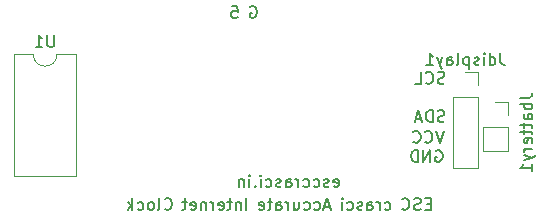
<source format=gbr>
%TF.GenerationSoftware,KiCad,Pcbnew,(7.0.0)*%
%TF.CreationDate,2023-05-29T03:25:23+05:30*%
%TF.ProjectId,sat-pcb,7361742d-7063-4622-9e6b-696361645f70,rev?*%
%TF.SameCoordinates,Original*%
%TF.FileFunction,Legend,Bot*%
%TF.FilePolarity,Positive*%
%FSLAX46Y46*%
G04 Gerber Fmt 4.6, Leading zero omitted, Abs format (unit mm)*
G04 Created by KiCad (PCBNEW (7.0.0)) date 2023-05-29 03:25:23*
%MOMM*%
%LPD*%
G01*
G04 APERTURE LIST*
%ADD10C,0.150000*%
%ADD11C,0.120000*%
G04 APERTURE END LIST*
D10*
X154561904Y-86258571D02*
X154228571Y-86258571D01*
X154085714Y-86782380D02*
X154561904Y-86782380D01*
X154561904Y-86782380D02*
X154561904Y-85782380D01*
X154561904Y-85782380D02*
X154085714Y-85782380D01*
X153704761Y-86734761D02*
X153561904Y-86782380D01*
X153561904Y-86782380D02*
X153323809Y-86782380D01*
X153323809Y-86782380D02*
X153228571Y-86734761D01*
X153228571Y-86734761D02*
X153180952Y-86687142D01*
X153180952Y-86687142D02*
X153133333Y-86591904D01*
X153133333Y-86591904D02*
X153133333Y-86496666D01*
X153133333Y-86496666D02*
X153180952Y-86401428D01*
X153180952Y-86401428D02*
X153228571Y-86353809D01*
X153228571Y-86353809D02*
X153323809Y-86306190D01*
X153323809Y-86306190D02*
X153514285Y-86258571D01*
X153514285Y-86258571D02*
X153609523Y-86210952D01*
X153609523Y-86210952D02*
X153657142Y-86163333D01*
X153657142Y-86163333D02*
X153704761Y-86068095D01*
X153704761Y-86068095D02*
X153704761Y-85972857D01*
X153704761Y-85972857D02*
X153657142Y-85877619D01*
X153657142Y-85877619D02*
X153609523Y-85830000D01*
X153609523Y-85830000D02*
X153514285Y-85782380D01*
X153514285Y-85782380D02*
X153276190Y-85782380D01*
X153276190Y-85782380D02*
X153133333Y-85830000D01*
X152133333Y-86687142D02*
X152180952Y-86734761D01*
X152180952Y-86734761D02*
X152323809Y-86782380D01*
X152323809Y-86782380D02*
X152419047Y-86782380D01*
X152419047Y-86782380D02*
X152561904Y-86734761D01*
X152561904Y-86734761D02*
X152657142Y-86639523D01*
X152657142Y-86639523D02*
X152704761Y-86544285D01*
X152704761Y-86544285D02*
X152752380Y-86353809D01*
X152752380Y-86353809D02*
X152752380Y-86210952D01*
X152752380Y-86210952D02*
X152704761Y-86020476D01*
X152704761Y-86020476D02*
X152657142Y-85925238D01*
X152657142Y-85925238D02*
X152561904Y-85830000D01*
X152561904Y-85830000D02*
X152419047Y-85782380D01*
X152419047Y-85782380D02*
X152323809Y-85782380D01*
X152323809Y-85782380D02*
X152180952Y-85830000D01*
X152180952Y-85830000D02*
X152133333Y-85877619D01*
X150676190Y-86734761D02*
X150771428Y-86782380D01*
X150771428Y-86782380D02*
X150961904Y-86782380D01*
X150961904Y-86782380D02*
X151057142Y-86734761D01*
X151057142Y-86734761D02*
X151104761Y-86687142D01*
X151104761Y-86687142D02*
X151152380Y-86591904D01*
X151152380Y-86591904D02*
X151152380Y-86306190D01*
X151152380Y-86306190D02*
X151104761Y-86210952D01*
X151104761Y-86210952D02*
X151057142Y-86163333D01*
X151057142Y-86163333D02*
X150961904Y-86115714D01*
X150961904Y-86115714D02*
X150771428Y-86115714D01*
X150771428Y-86115714D02*
X150676190Y-86163333D01*
X150247618Y-86782380D02*
X150247618Y-86115714D01*
X150247618Y-86306190D02*
X150199999Y-86210952D01*
X150199999Y-86210952D02*
X150152380Y-86163333D01*
X150152380Y-86163333D02*
X150057142Y-86115714D01*
X150057142Y-86115714D02*
X149961904Y-86115714D01*
X149199999Y-86782380D02*
X149199999Y-86258571D01*
X149199999Y-86258571D02*
X149247618Y-86163333D01*
X149247618Y-86163333D02*
X149342856Y-86115714D01*
X149342856Y-86115714D02*
X149533332Y-86115714D01*
X149533332Y-86115714D02*
X149628570Y-86163333D01*
X149199999Y-86734761D02*
X149295237Y-86782380D01*
X149295237Y-86782380D02*
X149533332Y-86782380D01*
X149533332Y-86782380D02*
X149628570Y-86734761D01*
X149628570Y-86734761D02*
X149676189Y-86639523D01*
X149676189Y-86639523D02*
X149676189Y-86544285D01*
X149676189Y-86544285D02*
X149628570Y-86449047D01*
X149628570Y-86449047D02*
X149533332Y-86401428D01*
X149533332Y-86401428D02*
X149295237Y-86401428D01*
X149295237Y-86401428D02*
X149199999Y-86353809D01*
X148771427Y-86734761D02*
X148676189Y-86782380D01*
X148676189Y-86782380D02*
X148485713Y-86782380D01*
X148485713Y-86782380D02*
X148390475Y-86734761D01*
X148390475Y-86734761D02*
X148342856Y-86639523D01*
X148342856Y-86639523D02*
X148342856Y-86591904D01*
X148342856Y-86591904D02*
X148390475Y-86496666D01*
X148390475Y-86496666D02*
X148485713Y-86449047D01*
X148485713Y-86449047D02*
X148628570Y-86449047D01*
X148628570Y-86449047D02*
X148723808Y-86401428D01*
X148723808Y-86401428D02*
X148771427Y-86306190D01*
X148771427Y-86306190D02*
X148771427Y-86258571D01*
X148771427Y-86258571D02*
X148723808Y-86163333D01*
X148723808Y-86163333D02*
X148628570Y-86115714D01*
X148628570Y-86115714D02*
X148485713Y-86115714D01*
X148485713Y-86115714D02*
X148390475Y-86163333D01*
X147485713Y-86734761D02*
X147580951Y-86782380D01*
X147580951Y-86782380D02*
X147771427Y-86782380D01*
X147771427Y-86782380D02*
X147866665Y-86734761D01*
X147866665Y-86734761D02*
X147914284Y-86687142D01*
X147914284Y-86687142D02*
X147961903Y-86591904D01*
X147961903Y-86591904D02*
X147961903Y-86306190D01*
X147961903Y-86306190D02*
X147914284Y-86210952D01*
X147914284Y-86210952D02*
X147866665Y-86163333D01*
X147866665Y-86163333D02*
X147771427Y-86115714D01*
X147771427Y-86115714D02*
X147580951Y-86115714D01*
X147580951Y-86115714D02*
X147485713Y-86163333D01*
X147057141Y-86782380D02*
X147057141Y-86115714D01*
X147057141Y-85782380D02*
X147104760Y-85830000D01*
X147104760Y-85830000D02*
X147057141Y-85877619D01*
X147057141Y-85877619D02*
X147009522Y-85830000D01*
X147009522Y-85830000D02*
X147057141Y-85782380D01*
X147057141Y-85782380D02*
X147057141Y-85877619D01*
X146028570Y-86496666D02*
X145552380Y-86496666D01*
X146123808Y-86782380D02*
X145790475Y-85782380D01*
X145790475Y-85782380D02*
X145457142Y-86782380D01*
X144695237Y-86734761D02*
X144790475Y-86782380D01*
X144790475Y-86782380D02*
X144980951Y-86782380D01*
X144980951Y-86782380D02*
X145076189Y-86734761D01*
X145076189Y-86734761D02*
X145123808Y-86687142D01*
X145123808Y-86687142D02*
X145171427Y-86591904D01*
X145171427Y-86591904D02*
X145171427Y-86306190D01*
X145171427Y-86306190D02*
X145123808Y-86210952D01*
X145123808Y-86210952D02*
X145076189Y-86163333D01*
X145076189Y-86163333D02*
X144980951Y-86115714D01*
X144980951Y-86115714D02*
X144790475Y-86115714D01*
X144790475Y-86115714D02*
X144695237Y-86163333D01*
X143838094Y-86734761D02*
X143933332Y-86782380D01*
X143933332Y-86782380D02*
X144123808Y-86782380D01*
X144123808Y-86782380D02*
X144219046Y-86734761D01*
X144219046Y-86734761D02*
X144266665Y-86687142D01*
X144266665Y-86687142D02*
X144314284Y-86591904D01*
X144314284Y-86591904D02*
X144314284Y-86306190D01*
X144314284Y-86306190D02*
X144266665Y-86210952D01*
X144266665Y-86210952D02*
X144219046Y-86163333D01*
X144219046Y-86163333D02*
X144123808Y-86115714D01*
X144123808Y-86115714D02*
X143933332Y-86115714D01*
X143933332Y-86115714D02*
X143838094Y-86163333D01*
X142980951Y-86115714D02*
X142980951Y-86782380D01*
X143409522Y-86115714D02*
X143409522Y-86639523D01*
X143409522Y-86639523D02*
X143361903Y-86734761D01*
X143361903Y-86734761D02*
X143266665Y-86782380D01*
X143266665Y-86782380D02*
X143123808Y-86782380D01*
X143123808Y-86782380D02*
X143028570Y-86734761D01*
X143028570Y-86734761D02*
X142980951Y-86687142D01*
X142504760Y-86782380D02*
X142504760Y-86115714D01*
X142504760Y-86306190D02*
X142457141Y-86210952D01*
X142457141Y-86210952D02*
X142409522Y-86163333D01*
X142409522Y-86163333D02*
X142314284Y-86115714D01*
X142314284Y-86115714D02*
X142219046Y-86115714D01*
X141457141Y-86782380D02*
X141457141Y-86258571D01*
X141457141Y-86258571D02*
X141504760Y-86163333D01*
X141504760Y-86163333D02*
X141599998Y-86115714D01*
X141599998Y-86115714D02*
X141790474Y-86115714D01*
X141790474Y-86115714D02*
X141885712Y-86163333D01*
X141457141Y-86734761D02*
X141552379Y-86782380D01*
X141552379Y-86782380D02*
X141790474Y-86782380D01*
X141790474Y-86782380D02*
X141885712Y-86734761D01*
X141885712Y-86734761D02*
X141933331Y-86639523D01*
X141933331Y-86639523D02*
X141933331Y-86544285D01*
X141933331Y-86544285D02*
X141885712Y-86449047D01*
X141885712Y-86449047D02*
X141790474Y-86401428D01*
X141790474Y-86401428D02*
X141552379Y-86401428D01*
X141552379Y-86401428D02*
X141457141Y-86353809D01*
X141123807Y-86115714D02*
X140742855Y-86115714D01*
X140980950Y-85782380D02*
X140980950Y-86639523D01*
X140980950Y-86639523D02*
X140933331Y-86734761D01*
X140933331Y-86734761D02*
X140838093Y-86782380D01*
X140838093Y-86782380D02*
X140742855Y-86782380D01*
X140028569Y-86734761D02*
X140123807Y-86782380D01*
X140123807Y-86782380D02*
X140314283Y-86782380D01*
X140314283Y-86782380D02*
X140409521Y-86734761D01*
X140409521Y-86734761D02*
X140457140Y-86639523D01*
X140457140Y-86639523D02*
X140457140Y-86258571D01*
X140457140Y-86258571D02*
X140409521Y-86163333D01*
X140409521Y-86163333D02*
X140314283Y-86115714D01*
X140314283Y-86115714D02*
X140123807Y-86115714D01*
X140123807Y-86115714D02*
X140028569Y-86163333D01*
X140028569Y-86163333D02*
X139980950Y-86258571D01*
X139980950Y-86258571D02*
X139980950Y-86353809D01*
X139980950Y-86353809D02*
X140457140Y-86449047D01*
X138952378Y-86782380D02*
X138952378Y-85782380D01*
X138476188Y-86115714D02*
X138476188Y-86782380D01*
X138476188Y-86210952D02*
X138428569Y-86163333D01*
X138428569Y-86163333D02*
X138333331Y-86115714D01*
X138333331Y-86115714D02*
X138190474Y-86115714D01*
X138190474Y-86115714D02*
X138095236Y-86163333D01*
X138095236Y-86163333D02*
X138047617Y-86258571D01*
X138047617Y-86258571D02*
X138047617Y-86782380D01*
X137714283Y-86115714D02*
X137333331Y-86115714D01*
X137571426Y-85782380D02*
X137571426Y-86639523D01*
X137571426Y-86639523D02*
X137523807Y-86734761D01*
X137523807Y-86734761D02*
X137428569Y-86782380D01*
X137428569Y-86782380D02*
X137333331Y-86782380D01*
X136619045Y-86734761D02*
X136714283Y-86782380D01*
X136714283Y-86782380D02*
X136904759Y-86782380D01*
X136904759Y-86782380D02*
X136999997Y-86734761D01*
X136999997Y-86734761D02*
X137047616Y-86639523D01*
X137047616Y-86639523D02*
X137047616Y-86258571D01*
X137047616Y-86258571D02*
X136999997Y-86163333D01*
X136999997Y-86163333D02*
X136904759Y-86115714D01*
X136904759Y-86115714D02*
X136714283Y-86115714D01*
X136714283Y-86115714D02*
X136619045Y-86163333D01*
X136619045Y-86163333D02*
X136571426Y-86258571D01*
X136571426Y-86258571D02*
X136571426Y-86353809D01*
X136571426Y-86353809D02*
X137047616Y-86449047D01*
X136142854Y-86782380D02*
X136142854Y-86115714D01*
X136142854Y-86306190D02*
X136095235Y-86210952D01*
X136095235Y-86210952D02*
X136047616Y-86163333D01*
X136047616Y-86163333D02*
X135952378Y-86115714D01*
X135952378Y-86115714D02*
X135857140Y-86115714D01*
X135523806Y-86115714D02*
X135523806Y-86782380D01*
X135523806Y-86210952D02*
X135476187Y-86163333D01*
X135476187Y-86163333D02*
X135380949Y-86115714D01*
X135380949Y-86115714D02*
X135238092Y-86115714D01*
X135238092Y-86115714D02*
X135142854Y-86163333D01*
X135142854Y-86163333D02*
X135095235Y-86258571D01*
X135095235Y-86258571D02*
X135095235Y-86782380D01*
X134238092Y-86734761D02*
X134333330Y-86782380D01*
X134333330Y-86782380D02*
X134523806Y-86782380D01*
X134523806Y-86782380D02*
X134619044Y-86734761D01*
X134619044Y-86734761D02*
X134666663Y-86639523D01*
X134666663Y-86639523D02*
X134666663Y-86258571D01*
X134666663Y-86258571D02*
X134619044Y-86163333D01*
X134619044Y-86163333D02*
X134523806Y-86115714D01*
X134523806Y-86115714D02*
X134333330Y-86115714D01*
X134333330Y-86115714D02*
X134238092Y-86163333D01*
X134238092Y-86163333D02*
X134190473Y-86258571D01*
X134190473Y-86258571D02*
X134190473Y-86353809D01*
X134190473Y-86353809D02*
X134666663Y-86449047D01*
X133904758Y-86115714D02*
X133523806Y-86115714D01*
X133761901Y-85782380D02*
X133761901Y-86639523D01*
X133761901Y-86639523D02*
X133714282Y-86734761D01*
X133714282Y-86734761D02*
X133619044Y-86782380D01*
X133619044Y-86782380D02*
X133523806Y-86782380D01*
X132019044Y-86687142D02*
X132066663Y-86734761D01*
X132066663Y-86734761D02*
X132209520Y-86782380D01*
X132209520Y-86782380D02*
X132304758Y-86782380D01*
X132304758Y-86782380D02*
X132447615Y-86734761D01*
X132447615Y-86734761D02*
X132542853Y-86639523D01*
X132542853Y-86639523D02*
X132590472Y-86544285D01*
X132590472Y-86544285D02*
X132638091Y-86353809D01*
X132638091Y-86353809D02*
X132638091Y-86210952D01*
X132638091Y-86210952D02*
X132590472Y-86020476D01*
X132590472Y-86020476D02*
X132542853Y-85925238D01*
X132542853Y-85925238D02*
X132447615Y-85830000D01*
X132447615Y-85830000D02*
X132304758Y-85782380D01*
X132304758Y-85782380D02*
X132209520Y-85782380D01*
X132209520Y-85782380D02*
X132066663Y-85830000D01*
X132066663Y-85830000D02*
X132019044Y-85877619D01*
X131447615Y-86782380D02*
X131542853Y-86734761D01*
X131542853Y-86734761D02*
X131590472Y-86639523D01*
X131590472Y-86639523D02*
X131590472Y-85782380D01*
X130923805Y-86782380D02*
X131019043Y-86734761D01*
X131019043Y-86734761D02*
X131066662Y-86687142D01*
X131066662Y-86687142D02*
X131114281Y-86591904D01*
X131114281Y-86591904D02*
X131114281Y-86306190D01*
X131114281Y-86306190D02*
X131066662Y-86210952D01*
X131066662Y-86210952D02*
X131019043Y-86163333D01*
X131019043Y-86163333D02*
X130923805Y-86115714D01*
X130923805Y-86115714D02*
X130780948Y-86115714D01*
X130780948Y-86115714D02*
X130685710Y-86163333D01*
X130685710Y-86163333D02*
X130638091Y-86210952D01*
X130638091Y-86210952D02*
X130590472Y-86306190D01*
X130590472Y-86306190D02*
X130590472Y-86591904D01*
X130590472Y-86591904D02*
X130638091Y-86687142D01*
X130638091Y-86687142D02*
X130685710Y-86734761D01*
X130685710Y-86734761D02*
X130780948Y-86782380D01*
X130780948Y-86782380D02*
X130923805Y-86782380D01*
X129733329Y-86734761D02*
X129828567Y-86782380D01*
X129828567Y-86782380D02*
X130019043Y-86782380D01*
X130019043Y-86782380D02*
X130114281Y-86734761D01*
X130114281Y-86734761D02*
X130161900Y-86687142D01*
X130161900Y-86687142D02*
X130209519Y-86591904D01*
X130209519Y-86591904D02*
X130209519Y-86306190D01*
X130209519Y-86306190D02*
X130161900Y-86210952D01*
X130161900Y-86210952D02*
X130114281Y-86163333D01*
X130114281Y-86163333D02*
X130019043Y-86115714D01*
X130019043Y-86115714D02*
X129828567Y-86115714D01*
X129828567Y-86115714D02*
X129733329Y-86163333D01*
X129304757Y-86782380D02*
X129304757Y-85782380D01*
X129209519Y-86401428D02*
X128923805Y-86782380D01*
X128923805Y-86115714D02*
X129304757Y-86496666D01*
X155709523Y-76044761D02*
X155566666Y-76092380D01*
X155566666Y-76092380D02*
X155328571Y-76092380D01*
X155328571Y-76092380D02*
X155233333Y-76044761D01*
X155233333Y-76044761D02*
X155185714Y-75997142D01*
X155185714Y-75997142D02*
X155138095Y-75901904D01*
X155138095Y-75901904D02*
X155138095Y-75806666D01*
X155138095Y-75806666D02*
X155185714Y-75711428D01*
X155185714Y-75711428D02*
X155233333Y-75663809D01*
X155233333Y-75663809D02*
X155328571Y-75616190D01*
X155328571Y-75616190D02*
X155519047Y-75568571D01*
X155519047Y-75568571D02*
X155614285Y-75520952D01*
X155614285Y-75520952D02*
X155661904Y-75473333D01*
X155661904Y-75473333D02*
X155709523Y-75378095D01*
X155709523Y-75378095D02*
X155709523Y-75282857D01*
X155709523Y-75282857D02*
X155661904Y-75187619D01*
X155661904Y-75187619D02*
X155614285Y-75140000D01*
X155614285Y-75140000D02*
X155519047Y-75092380D01*
X155519047Y-75092380D02*
X155280952Y-75092380D01*
X155280952Y-75092380D02*
X155138095Y-75140000D01*
X154138095Y-75997142D02*
X154185714Y-76044761D01*
X154185714Y-76044761D02*
X154328571Y-76092380D01*
X154328571Y-76092380D02*
X154423809Y-76092380D01*
X154423809Y-76092380D02*
X154566666Y-76044761D01*
X154566666Y-76044761D02*
X154661904Y-75949523D01*
X154661904Y-75949523D02*
X154709523Y-75854285D01*
X154709523Y-75854285D02*
X154757142Y-75663809D01*
X154757142Y-75663809D02*
X154757142Y-75520952D01*
X154757142Y-75520952D02*
X154709523Y-75330476D01*
X154709523Y-75330476D02*
X154661904Y-75235238D01*
X154661904Y-75235238D02*
X154566666Y-75140000D01*
X154566666Y-75140000D02*
X154423809Y-75092380D01*
X154423809Y-75092380D02*
X154328571Y-75092380D01*
X154328571Y-75092380D02*
X154185714Y-75140000D01*
X154185714Y-75140000D02*
X154138095Y-75187619D01*
X153233333Y-76092380D02*
X153709523Y-76092380D01*
X153709523Y-76092380D02*
X153709523Y-75092380D01*
X155709523Y-79284761D02*
X155566666Y-79332380D01*
X155566666Y-79332380D02*
X155328571Y-79332380D01*
X155328571Y-79332380D02*
X155233333Y-79284761D01*
X155233333Y-79284761D02*
X155185714Y-79237142D01*
X155185714Y-79237142D02*
X155138095Y-79141904D01*
X155138095Y-79141904D02*
X155138095Y-79046666D01*
X155138095Y-79046666D02*
X155185714Y-78951428D01*
X155185714Y-78951428D02*
X155233333Y-78903809D01*
X155233333Y-78903809D02*
X155328571Y-78856190D01*
X155328571Y-78856190D02*
X155519047Y-78808571D01*
X155519047Y-78808571D02*
X155614285Y-78760952D01*
X155614285Y-78760952D02*
X155661904Y-78713333D01*
X155661904Y-78713333D02*
X155709523Y-78618095D01*
X155709523Y-78618095D02*
X155709523Y-78522857D01*
X155709523Y-78522857D02*
X155661904Y-78427619D01*
X155661904Y-78427619D02*
X155614285Y-78380000D01*
X155614285Y-78380000D02*
X155519047Y-78332380D01*
X155519047Y-78332380D02*
X155280952Y-78332380D01*
X155280952Y-78332380D02*
X155138095Y-78380000D01*
X154709523Y-79332380D02*
X154709523Y-78332380D01*
X154709523Y-78332380D02*
X154471428Y-78332380D01*
X154471428Y-78332380D02*
X154328571Y-78380000D01*
X154328571Y-78380000D02*
X154233333Y-78475238D01*
X154233333Y-78475238D02*
X154185714Y-78570476D01*
X154185714Y-78570476D02*
X154138095Y-78760952D01*
X154138095Y-78760952D02*
X154138095Y-78903809D01*
X154138095Y-78903809D02*
X154185714Y-79094285D01*
X154185714Y-79094285D02*
X154233333Y-79189523D01*
X154233333Y-79189523D02*
X154328571Y-79284761D01*
X154328571Y-79284761D02*
X154471428Y-79332380D01*
X154471428Y-79332380D02*
X154709523Y-79332380D01*
X153757142Y-79046666D02*
X153280952Y-79046666D01*
X153852380Y-79332380D02*
X153519047Y-78332380D01*
X153519047Y-78332380D02*
X153185714Y-79332380D01*
X146355952Y-84784761D02*
X146451190Y-84832380D01*
X146451190Y-84832380D02*
X146641666Y-84832380D01*
X146641666Y-84832380D02*
X146736904Y-84784761D01*
X146736904Y-84784761D02*
X146784523Y-84689523D01*
X146784523Y-84689523D02*
X146784523Y-84308571D01*
X146784523Y-84308571D02*
X146736904Y-84213333D01*
X146736904Y-84213333D02*
X146641666Y-84165714D01*
X146641666Y-84165714D02*
X146451190Y-84165714D01*
X146451190Y-84165714D02*
X146355952Y-84213333D01*
X146355952Y-84213333D02*
X146308333Y-84308571D01*
X146308333Y-84308571D02*
X146308333Y-84403809D01*
X146308333Y-84403809D02*
X146784523Y-84499047D01*
X145927380Y-84784761D02*
X145832142Y-84832380D01*
X145832142Y-84832380D02*
X145641666Y-84832380D01*
X145641666Y-84832380D02*
X145546428Y-84784761D01*
X145546428Y-84784761D02*
X145498809Y-84689523D01*
X145498809Y-84689523D02*
X145498809Y-84641904D01*
X145498809Y-84641904D02*
X145546428Y-84546666D01*
X145546428Y-84546666D02*
X145641666Y-84499047D01*
X145641666Y-84499047D02*
X145784523Y-84499047D01*
X145784523Y-84499047D02*
X145879761Y-84451428D01*
X145879761Y-84451428D02*
X145927380Y-84356190D01*
X145927380Y-84356190D02*
X145927380Y-84308571D01*
X145927380Y-84308571D02*
X145879761Y-84213333D01*
X145879761Y-84213333D02*
X145784523Y-84165714D01*
X145784523Y-84165714D02*
X145641666Y-84165714D01*
X145641666Y-84165714D02*
X145546428Y-84213333D01*
X144641666Y-84784761D02*
X144736904Y-84832380D01*
X144736904Y-84832380D02*
X144927380Y-84832380D01*
X144927380Y-84832380D02*
X145022618Y-84784761D01*
X145022618Y-84784761D02*
X145070237Y-84737142D01*
X145070237Y-84737142D02*
X145117856Y-84641904D01*
X145117856Y-84641904D02*
X145117856Y-84356190D01*
X145117856Y-84356190D02*
X145070237Y-84260952D01*
X145070237Y-84260952D02*
X145022618Y-84213333D01*
X145022618Y-84213333D02*
X144927380Y-84165714D01*
X144927380Y-84165714D02*
X144736904Y-84165714D01*
X144736904Y-84165714D02*
X144641666Y-84213333D01*
X143784523Y-84784761D02*
X143879761Y-84832380D01*
X143879761Y-84832380D02*
X144070237Y-84832380D01*
X144070237Y-84832380D02*
X144165475Y-84784761D01*
X144165475Y-84784761D02*
X144213094Y-84737142D01*
X144213094Y-84737142D02*
X144260713Y-84641904D01*
X144260713Y-84641904D02*
X144260713Y-84356190D01*
X144260713Y-84356190D02*
X144213094Y-84260952D01*
X144213094Y-84260952D02*
X144165475Y-84213333D01*
X144165475Y-84213333D02*
X144070237Y-84165714D01*
X144070237Y-84165714D02*
X143879761Y-84165714D01*
X143879761Y-84165714D02*
X143784523Y-84213333D01*
X143355951Y-84832380D02*
X143355951Y-84165714D01*
X143355951Y-84356190D02*
X143308332Y-84260952D01*
X143308332Y-84260952D02*
X143260713Y-84213333D01*
X143260713Y-84213333D02*
X143165475Y-84165714D01*
X143165475Y-84165714D02*
X143070237Y-84165714D01*
X142308332Y-84832380D02*
X142308332Y-84308571D01*
X142308332Y-84308571D02*
X142355951Y-84213333D01*
X142355951Y-84213333D02*
X142451189Y-84165714D01*
X142451189Y-84165714D02*
X142641665Y-84165714D01*
X142641665Y-84165714D02*
X142736903Y-84213333D01*
X142308332Y-84784761D02*
X142403570Y-84832380D01*
X142403570Y-84832380D02*
X142641665Y-84832380D01*
X142641665Y-84832380D02*
X142736903Y-84784761D01*
X142736903Y-84784761D02*
X142784522Y-84689523D01*
X142784522Y-84689523D02*
X142784522Y-84594285D01*
X142784522Y-84594285D02*
X142736903Y-84499047D01*
X142736903Y-84499047D02*
X142641665Y-84451428D01*
X142641665Y-84451428D02*
X142403570Y-84451428D01*
X142403570Y-84451428D02*
X142308332Y-84403809D01*
X141879760Y-84784761D02*
X141784522Y-84832380D01*
X141784522Y-84832380D02*
X141594046Y-84832380D01*
X141594046Y-84832380D02*
X141498808Y-84784761D01*
X141498808Y-84784761D02*
X141451189Y-84689523D01*
X141451189Y-84689523D02*
X141451189Y-84641904D01*
X141451189Y-84641904D02*
X141498808Y-84546666D01*
X141498808Y-84546666D02*
X141594046Y-84499047D01*
X141594046Y-84499047D02*
X141736903Y-84499047D01*
X141736903Y-84499047D02*
X141832141Y-84451428D01*
X141832141Y-84451428D02*
X141879760Y-84356190D01*
X141879760Y-84356190D02*
X141879760Y-84308571D01*
X141879760Y-84308571D02*
X141832141Y-84213333D01*
X141832141Y-84213333D02*
X141736903Y-84165714D01*
X141736903Y-84165714D02*
X141594046Y-84165714D01*
X141594046Y-84165714D02*
X141498808Y-84213333D01*
X140594046Y-84784761D02*
X140689284Y-84832380D01*
X140689284Y-84832380D02*
X140879760Y-84832380D01*
X140879760Y-84832380D02*
X140974998Y-84784761D01*
X140974998Y-84784761D02*
X141022617Y-84737142D01*
X141022617Y-84737142D02*
X141070236Y-84641904D01*
X141070236Y-84641904D02*
X141070236Y-84356190D01*
X141070236Y-84356190D02*
X141022617Y-84260952D01*
X141022617Y-84260952D02*
X140974998Y-84213333D01*
X140974998Y-84213333D02*
X140879760Y-84165714D01*
X140879760Y-84165714D02*
X140689284Y-84165714D01*
X140689284Y-84165714D02*
X140594046Y-84213333D01*
X140165474Y-84832380D02*
X140165474Y-84165714D01*
X140165474Y-83832380D02*
X140213093Y-83880000D01*
X140213093Y-83880000D02*
X140165474Y-83927619D01*
X140165474Y-83927619D02*
X140117855Y-83880000D01*
X140117855Y-83880000D02*
X140165474Y-83832380D01*
X140165474Y-83832380D02*
X140165474Y-83927619D01*
X139689284Y-84737142D02*
X139641665Y-84784761D01*
X139641665Y-84784761D02*
X139689284Y-84832380D01*
X139689284Y-84832380D02*
X139736903Y-84784761D01*
X139736903Y-84784761D02*
X139689284Y-84737142D01*
X139689284Y-84737142D02*
X139689284Y-84832380D01*
X139213094Y-84832380D02*
X139213094Y-84165714D01*
X139213094Y-83832380D02*
X139260713Y-83880000D01*
X139260713Y-83880000D02*
X139213094Y-83927619D01*
X139213094Y-83927619D02*
X139165475Y-83880000D01*
X139165475Y-83880000D02*
X139213094Y-83832380D01*
X139213094Y-83832380D02*
X139213094Y-83927619D01*
X138736904Y-84165714D02*
X138736904Y-84832380D01*
X138736904Y-84260952D02*
X138689285Y-84213333D01*
X138689285Y-84213333D02*
X138594047Y-84165714D01*
X138594047Y-84165714D02*
X138451190Y-84165714D01*
X138451190Y-84165714D02*
X138355952Y-84213333D01*
X138355952Y-84213333D02*
X138308333Y-84308571D01*
X138308333Y-84308571D02*
X138308333Y-84832380D01*
X155654761Y-80087380D02*
X155321428Y-81087380D01*
X155321428Y-81087380D02*
X154988095Y-80087380D01*
X154083333Y-80992142D02*
X154130952Y-81039761D01*
X154130952Y-81039761D02*
X154273809Y-81087380D01*
X154273809Y-81087380D02*
X154369047Y-81087380D01*
X154369047Y-81087380D02*
X154511904Y-81039761D01*
X154511904Y-81039761D02*
X154607142Y-80944523D01*
X154607142Y-80944523D02*
X154654761Y-80849285D01*
X154654761Y-80849285D02*
X154702380Y-80658809D01*
X154702380Y-80658809D02*
X154702380Y-80515952D01*
X154702380Y-80515952D02*
X154654761Y-80325476D01*
X154654761Y-80325476D02*
X154607142Y-80230238D01*
X154607142Y-80230238D02*
X154511904Y-80135000D01*
X154511904Y-80135000D02*
X154369047Y-80087380D01*
X154369047Y-80087380D02*
X154273809Y-80087380D01*
X154273809Y-80087380D02*
X154130952Y-80135000D01*
X154130952Y-80135000D02*
X154083333Y-80182619D01*
X153083333Y-80992142D02*
X153130952Y-81039761D01*
X153130952Y-81039761D02*
X153273809Y-81087380D01*
X153273809Y-81087380D02*
X153369047Y-81087380D01*
X153369047Y-81087380D02*
X153511904Y-81039761D01*
X153511904Y-81039761D02*
X153607142Y-80944523D01*
X153607142Y-80944523D02*
X153654761Y-80849285D01*
X153654761Y-80849285D02*
X153702380Y-80658809D01*
X153702380Y-80658809D02*
X153702380Y-80515952D01*
X153702380Y-80515952D02*
X153654761Y-80325476D01*
X153654761Y-80325476D02*
X153607142Y-80230238D01*
X153607142Y-80230238D02*
X153511904Y-80135000D01*
X153511904Y-80135000D02*
X153369047Y-80087380D01*
X153369047Y-80087380D02*
X153273809Y-80087380D01*
X153273809Y-80087380D02*
X153130952Y-80135000D01*
X153130952Y-80135000D02*
X153083333Y-80182619D01*
X154988095Y-81755000D02*
X155083333Y-81707380D01*
X155083333Y-81707380D02*
X155226190Y-81707380D01*
X155226190Y-81707380D02*
X155369047Y-81755000D01*
X155369047Y-81755000D02*
X155464285Y-81850238D01*
X155464285Y-81850238D02*
X155511904Y-81945476D01*
X155511904Y-81945476D02*
X155559523Y-82135952D01*
X155559523Y-82135952D02*
X155559523Y-82278809D01*
X155559523Y-82278809D02*
X155511904Y-82469285D01*
X155511904Y-82469285D02*
X155464285Y-82564523D01*
X155464285Y-82564523D02*
X155369047Y-82659761D01*
X155369047Y-82659761D02*
X155226190Y-82707380D01*
X155226190Y-82707380D02*
X155130952Y-82707380D01*
X155130952Y-82707380D02*
X154988095Y-82659761D01*
X154988095Y-82659761D02*
X154940476Y-82612142D01*
X154940476Y-82612142D02*
X154940476Y-82278809D01*
X154940476Y-82278809D02*
X155130952Y-82278809D01*
X154511904Y-82707380D02*
X154511904Y-81707380D01*
X154511904Y-81707380D02*
X153940476Y-82707380D01*
X153940476Y-82707380D02*
X153940476Y-81707380D01*
X153464285Y-82707380D02*
X153464285Y-81707380D01*
X153464285Y-81707380D02*
X153226190Y-81707380D01*
X153226190Y-81707380D02*
X153083333Y-81755000D01*
X153083333Y-81755000D02*
X152988095Y-81850238D01*
X152988095Y-81850238D02*
X152940476Y-81945476D01*
X152940476Y-81945476D02*
X152892857Y-82135952D01*
X152892857Y-82135952D02*
X152892857Y-82278809D01*
X152892857Y-82278809D02*
X152940476Y-82469285D01*
X152940476Y-82469285D02*
X152988095Y-82564523D01*
X152988095Y-82564523D02*
X153083333Y-82659761D01*
X153083333Y-82659761D02*
X153226190Y-82707380D01*
X153226190Y-82707380D02*
X153464285Y-82707380D01*
X139263095Y-69580000D02*
X139358333Y-69532380D01*
X139358333Y-69532380D02*
X139501190Y-69532380D01*
X139501190Y-69532380D02*
X139644047Y-69580000D01*
X139644047Y-69580000D02*
X139739285Y-69675238D01*
X139739285Y-69675238D02*
X139786904Y-69770476D01*
X139786904Y-69770476D02*
X139834523Y-69960952D01*
X139834523Y-69960952D02*
X139834523Y-70103809D01*
X139834523Y-70103809D02*
X139786904Y-70294285D01*
X139786904Y-70294285D02*
X139739285Y-70389523D01*
X139739285Y-70389523D02*
X139644047Y-70484761D01*
X139644047Y-70484761D02*
X139501190Y-70532380D01*
X139501190Y-70532380D02*
X139405952Y-70532380D01*
X139405952Y-70532380D02*
X139263095Y-70484761D01*
X139263095Y-70484761D02*
X139215476Y-70437142D01*
X139215476Y-70437142D02*
X139215476Y-70103809D01*
X139215476Y-70103809D02*
X139405952Y-70103809D01*
X137710714Y-69532380D02*
X138186904Y-69532380D01*
X138186904Y-69532380D02*
X138234523Y-70008571D01*
X138234523Y-70008571D02*
X138186904Y-69960952D01*
X138186904Y-69960952D02*
X138091666Y-69913333D01*
X138091666Y-69913333D02*
X137853571Y-69913333D01*
X137853571Y-69913333D02*
X137758333Y-69960952D01*
X137758333Y-69960952D02*
X137710714Y-70008571D01*
X137710714Y-70008571D02*
X137663095Y-70103809D01*
X137663095Y-70103809D02*
X137663095Y-70341904D01*
X137663095Y-70341904D02*
X137710714Y-70437142D01*
X137710714Y-70437142D02*
X137758333Y-70484761D01*
X137758333Y-70484761D02*
X137853571Y-70532380D01*
X137853571Y-70532380D02*
X138091666Y-70532380D01*
X138091666Y-70532380D02*
X138186904Y-70484761D01*
X138186904Y-70484761D02*
X138234523Y-70437142D01*
%TO.C,U1*%
X122671904Y-71977380D02*
X122671904Y-72786904D01*
X122671904Y-72786904D02*
X122624285Y-72882142D01*
X122624285Y-72882142D02*
X122576666Y-72929761D01*
X122576666Y-72929761D02*
X122481428Y-72977380D01*
X122481428Y-72977380D02*
X122290952Y-72977380D01*
X122290952Y-72977380D02*
X122195714Y-72929761D01*
X122195714Y-72929761D02*
X122148095Y-72882142D01*
X122148095Y-72882142D02*
X122100476Y-72786904D01*
X122100476Y-72786904D02*
X122100476Y-71977380D01*
X121100476Y-72977380D02*
X121671904Y-72977380D01*
X121386190Y-72977380D02*
X121386190Y-71977380D01*
X121386190Y-71977380D02*
X121481428Y-72120238D01*
X121481428Y-72120238D02*
X121576666Y-72215476D01*
X121576666Y-72215476D02*
X121671904Y-72263095D01*
%TO.C,Jbattery1*%
X162142380Y-77296427D02*
X162856666Y-77296427D01*
X162856666Y-77296427D02*
X162999523Y-77248808D01*
X162999523Y-77248808D02*
X163094761Y-77153570D01*
X163094761Y-77153570D02*
X163142380Y-77010713D01*
X163142380Y-77010713D02*
X163142380Y-76915475D01*
X163142380Y-77772618D02*
X162142380Y-77772618D01*
X162523333Y-77772618D02*
X162475714Y-77867856D01*
X162475714Y-77867856D02*
X162475714Y-78058332D01*
X162475714Y-78058332D02*
X162523333Y-78153570D01*
X162523333Y-78153570D02*
X162570952Y-78201189D01*
X162570952Y-78201189D02*
X162666190Y-78248808D01*
X162666190Y-78248808D02*
X162951904Y-78248808D01*
X162951904Y-78248808D02*
X163047142Y-78201189D01*
X163047142Y-78201189D02*
X163094761Y-78153570D01*
X163094761Y-78153570D02*
X163142380Y-78058332D01*
X163142380Y-78058332D02*
X163142380Y-77867856D01*
X163142380Y-77867856D02*
X163094761Y-77772618D01*
X163142380Y-79105951D02*
X162618571Y-79105951D01*
X162618571Y-79105951D02*
X162523333Y-79058332D01*
X162523333Y-79058332D02*
X162475714Y-78963094D01*
X162475714Y-78963094D02*
X162475714Y-78772618D01*
X162475714Y-78772618D02*
X162523333Y-78677380D01*
X163094761Y-79105951D02*
X163142380Y-79010713D01*
X163142380Y-79010713D02*
X163142380Y-78772618D01*
X163142380Y-78772618D02*
X163094761Y-78677380D01*
X163094761Y-78677380D02*
X162999523Y-78629761D01*
X162999523Y-78629761D02*
X162904285Y-78629761D01*
X162904285Y-78629761D02*
X162809047Y-78677380D01*
X162809047Y-78677380D02*
X162761428Y-78772618D01*
X162761428Y-78772618D02*
X162761428Y-79010713D01*
X162761428Y-79010713D02*
X162713809Y-79105951D01*
X162475714Y-79439285D02*
X162475714Y-79820237D01*
X162142380Y-79582142D02*
X162999523Y-79582142D01*
X162999523Y-79582142D02*
X163094761Y-79629761D01*
X163094761Y-79629761D02*
X163142380Y-79724999D01*
X163142380Y-79724999D02*
X163142380Y-79820237D01*
X162475714Y-80010714D02*
X162475714Y-80391666D01*
X162142380Y-80153571D02*
X162999523Y-80153571D01*
X162999523Y-80153571D02*
X163094761Y-80201190D01*
X163094761Y-80201190D02*
X163142380Y-80296428D01*
X163142380Y-80296428D02*
X163142380Y-80391666D01*
X163094761Y-81105952D02*
X163142380Y-81010714D01*
X163142380Y-81010714D02*
X163142380Y-80820238D01*
X163142380Y-80820238D02*
X163094761Y-80725000D01*
X163094761Y-80725000D02*
X162999523Y-80677381D01*
X162999523Y-80677381D02*
X162618571Y-80677381D01*
X162618571Y-80677381D02*
X162523333Y-80725000D01*
X162523333Y-80725000D02*
X162475714Y-80820238D01*
X162475714Y-80820238D02*
X162475714Y-81010714D01*
X162475714Y-81010714D02*
X162523333Y-81105952D01*
X162523333Y-81105952D02*
X162618571Y-81153571D01*
X162618571Y-81153571D02*
X162713809Y-81153571D01*
X162713809Y-81153571D02*
X162809047Y-80677381D01*
X163142380Y-81582143D02*
X162475714Y-81582143D01*
X162666190Y-81582143D02*
X162570952Y-81629762D01*
X162570952Y-81629762D02*
X162523333Y-81677381D01*
X162523333Y-81677381D02*
X162475714Y-81772619D01*
X162475714Y-81772619D02*
X162475714Y-81867857D01*
X162475714Y-82105953D02*
X163142380Y-82344048D01*
X162475714Y-82582143D02*
X163142380Y-82344048D01*
X163142380Y-82344048D02*
X163380476Y-82248810D01*
X163380476Y-82248810D02*
X163428095Y-82201191D01*
X163428095Y-82201191D02*
X163475714Y-82105953D01*
X163142380Y-83486905D02*
X163142380Y-82915477D01*
X163142380Y-83201191D02*
X162142380Y-83201191D01*
X162142380Y-83201191D02*
X162285238Y-83105953D01*
X162285238Y-83105953D02*
X162380476Y-83010715D01*
X162380476Y-83010715D02*
X162428095Y-82915477D01*
%TO.C,Jdisplay1*%
X160456190Y-73507380D02*
X160456190Y-74221666D01*
X160456190Y-74221666D02*
X160503809Y-74364523D01*
X160503809Y-74364523D02*
X160599047Y-74459761D01*
X160599047Y-74459761D02*
X160741904Y-74507380D01*
X160741904Y-74507380D02*
X160837142Y-74507380D01*
X159551428Y-74507380D02*
X159551428Y-73507380D01*
X159551428Y-74459761D02*
X159646666Y-74507380D01*
X159646666Y-74507380D02*
X159837142Y-74507380D01*
X159837142Y-74507380D02*
X159932380Y-74459761D01*
X159932380Y-74459761D02*
X159979999Y-74412142D01*
X159979999Y-74412142D02*
X160027618Y-74316904D01*
X160027618Y-74316904D02*
X160027618Y-74031190D01*
X160027618Y-74031190D02*
X159979999Y-73935952D01*
X159979999Y-73935952D02*
X159932380Y-73888333D01*
X159932380Y-73888333D02*
X159837142Y-73840714D01*
X159837142Y-73840714D02*
X159646666Y-73840714D01*
X159646666Y-73840714D02*
X159551428Y-73888333D01*
X159075237Y-74507380D02*
X159075237Y-73840714D01*
X159075237Y-73507380D02*
X159122856Y-73555000D01*
X159122856Y-73555000D02*
X159075237Y-73602619D01*
X159075237Y-73602619D02*
X159027618Y-73555000D01*
X159027618Y-73555000D02*
X159075237Y-73507380D01*
X159075237Y-73507380D02*
X159075237Y-73602619D01*
X158646666Y-74459761D02*
X158551428Y-74507380D01*
X158551428Y-74507380D02*
X158360952Y-74507380D01*
X158360952Y-74507380D02*
X158265714Y-74459761D01*
X158265714Y-74459761D02*
X158218095Y-74364523D01*
X158218095Y-74364523D02*
X158218095Y-74316904D01*
X158218095Y-74316904D02*
X158265714Y-74221666D01*
X158265714Y-74221666D02*
X158360952Y-74174047D01*
X158360952Y-74174047D02*
X158503809Y-74174047D01*
X158503809Y-74174047D02*
X158599047Y-74126428D01*
X158599047Y-74126428D02*
X158646666Y-74031190D01*
X158646666Y-74031190D02*
X158646666Y-73983571D01*
X158646666Y-73983571D02*
X158599047Y-73888333D01*
X158599047Y-73888333D02*
X158503809Y-73840714D01*
X158503809Y-73840714D02*
X158360952Y-73840714D01*
X158360952Y-73840714D02*
X158265714Y-73888333D01*
X157789523Y-73840714D02*
X157789523Y-74840714D01*
X157789523Y-73888333D02*
X157694285Y-73840714D01*
X157694285Y-73840714D02*
X157503809Y-73840714D01*
X157503809Y-73840714D02*
X157408571Y-73888333D01*
X157408571Y-73888333D02*
X157360952Y-73935952D01*
X157360952Y-73935952D02*
X157313333Y-74031190D01*
X157313333Y-74031190D02*
X157313333Y-74316904D01*
X157313333Y-74316904D02*
X157360952Y-74412142D01*
X157360952Y-74412142D02*
X157408571Y-74459761D01*
X157408571Y-74459761D02*
X157503809Y-74507380D01*
X157503809Y-74507380D02*
X157694285Y-74507380D01*
X157694285Y-74507380D02*
X157789523Y-74459761D01*
X156741904Y-74507380D02*
X156837142Y-74459761D01*
X156837142Y-74459761D02*
X156884761Y-74364523D01*
X156884761Y-74364523D02*
X156884761Y-73507380D01*
X155932380Y-74507380D02*
X155932380Y-73983571D01*
X155932380Y-73983571D02*
X155979999Y-73888333D01*
X155979999Y-73888333D02*
X156075237Y-73840714D01*
X156075237Y-73840714D02*
X156265713Y-73840714D01*
X156265713Y-73840714D02*
X156360951Y-73888333D01*
X155932380Y-74459761D02*
X156027618Y-74507380D01*
X156027618Y-74507380D02*
X156265713Y-74507380D01*
X156265713Y-74507380D02*
X156360951Y-74459761D01*
X156360951Y-74459761D02*
X156408570Y-74364523D01*
X156408570Y-74364523D02*
X156408570Y-74269285D01*
X156408570Y-74269285D02*
X156360951Y-74174047D01*
X156360951Y-74174047D02*
X156265713Y-74126428D01*
X156265713Y-74126428D02*
X156027618Y-74126428D01*
X156027618Y-74126428D02*
X155932380Y-74078809D01*
X155551427Y-73840714D02*
X155313332Y-74507380D01*
X155075237Y-73840714D02*
X155313332Y-74507380D01*
X155313332Y-74507380D02*
X155408570Y-74745476D01*
X155408570Y-74745476D02*
X155456189Y-74793095D01*
X155456189Y-74793095D02*
X155551427Y-74840714D01*
X154170475Y-74507380D02*
X154741903Y-74507380D01*
X154456189Y-74507380D02*
X154456189Y-73507380D01*
X154456189Y-73507380D02*
X154551427Y-73650238D01*
X154551427Y-73650238D02*
X154646665Y-73745476D01*
X154646665Y-73745476D02*
X154741903Y-73793095D01*
D11*
%TO.C,U1*%
X124560000Y-83890000D02*
X119260000Y-83890000D01*
X124560000Y-73610000D02*
X124560000Y-83890000D01*
X122910000Y-73610000D02*
X124560000Y-73610000D01*
X119260000Y-83890000D02*
X119260000Y-73610000D01*
X119260000Y-73610000D02*
X120910000Y-73610000D01*
X120910000Y-73610000D02*
G75*
G03*
X122910000Y-73610000I1000000J0D01*
G01*
%TO.C,Jbattery1*%
X161080000Y-81800000D02*
X158960000Y-81800000D01*
X161080000Y-79740000D02*
X161080000Y-81800000D01*
X161080000Y-79740000D02*
X158960000Y-79740000D01*
X161080000Y-78740000D02*
X161080000Y-77680000D01*
X161080000Y-77680000D02*
X160020000Y-77680000D01*
X158960000Y-79740000D02*
X158960000Y-81800000D01*
%TO.C,Jdisplay1*%
X158540000Y-83260000D02*
X156420000Y-83260000D01*
X158540000Y-77200000D02*
X158540000Y-83260000D01*
X158540000Y-77200000D02*
X156420000Y-77200000D01*
X158540000Y-76200000D02*
X158540000Y-75140000D01*
X158540000Y-75140000D02*
X157480000Y-75140000D01*
X156420000Y-77200000D02*
X156420000Y-83260000D01*
%TD*%
M02*

</source>
